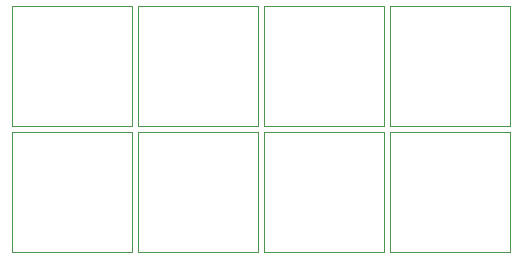
<source format=gto>
G75*
%MOIN*%
%OFA0B0*%
%FSLAX25Y25*%
%IPPOS*%
%LPD*%
%AMOC8*
5,1,8,0,0,1.08239X$1,22.5*
%
%ADD10C,0.00000*%
D10*
X0003000Y0003000D02*
X0043000Y0003000D01*
X0043000Y0043000D01*
X0003000Y0043000D01*
X0003000Y0003000D01*
X0045000Y0003000D02*
X0085000Y0003000D01*
X0085000Y0043000D01*
X0045000Y0043000D01*
X0045000Y0003000D01*
X0087000Y0003000D02*
X0127000Y0003000D01*
X0127000Y0043000D01*
X0087000Y0043000D01*
X0087000Y0003000D01*
X0129000Y0003000D02*
X0169000Y0003000D01*
X0169000Y0043000D01*
X0129000Y0043000D01*
X0129000Y0003000D01*
X0129000Y0045000D02*
X0169000Y0045000D01*
X0169000Y0085000D01*
X0129000Y0085000D01*
X0129000Y0045000D01*
X0127000Y0045000D02*
X0087000Y0045000D01*
X0087000Y0085000D01*
X0127000Y0085000D01*
X0127000Y0045000D01*
X0085000Y0045000D02*
X0045000Y0045000D01*
X0045000Y0085000D01*
X0085000Y0085000D01*
X0085000Y0045000D01*
X0043000Y0045000D02*
X0003000Y0045000D01*
X0003000Y0085000D01*
X0043000Y0085000D01*
X0043000Y0045000D01*
M02*

</source>
